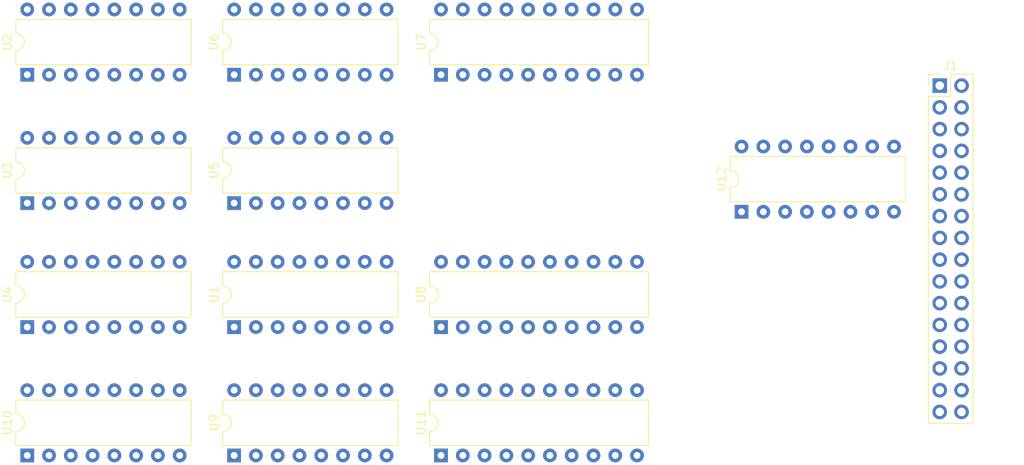
<source format=kicad_pcb>
(kicad_pcb (version 20171130) (host pcbnew "(5.1.10-1-10_14)")

  (general
    (thickness 1.6)
    (drawings 0)
    (tracks 0)
    (zones 0)
    (modules 13)
    (nets 59)
  )

  (page A4)
  (layers
    (0 F.Cu signal)
    (31 B.Cu signal)
    (32 B.Adhes user)
    (33 F.Adhes user)
    (34 B.Paste user)
    (35 F.Paste user)
    (36 B.SilkS user)
    (37 F.SilkS user)
    (38 B.Mask user)
    (39 F.Mask user)
    (40 Dwgs.User user)
    (41 Cmts.User user)
    (42 Eco1.User user)
    (43 Eco2.User user)
    (44 Edge.Cuts user)
    (45 Margin user)
    (46 B.CrtYd user)
    (47 F.CrtYd user)
    (48 B.Fab user)
    (49 F.Fab user)
  )

  (setup
    (last_trace_width 0.25)
    (trace_clearance 0.2)
    (zone_clearance 0.508)
    (zone_45_only no)
    (trace_min 0.2)
    (via_size 0.8)
    (via_drill 0.4)
    (via_min_size 0.4)
    (via_min_drill 0.3)
    (uvia_size 0.3)
    (uvia_drill 0.1)
    (uvias_allowed no)
    (uvia_min_size 0.2)
    (uvia_min_drill 0.1)
    (edge_width 0.05)
    (segment_width 0.2)
    (pcb_text_width 0.3)
    (pcb_text_size 1.5 1.5)
    (mod_edge_width 0.12)
    (mod_text_size 1 1)
    (mod_text_width 0.15)
    (pad_size 1.524 1.524)
    (pad_drill 0.762)
    (pad_to_mask_clearance 0)
    (aux_axis_origin 0 0)
    (visible_elements FFFFFF7F)
    (pcbplotparams
      (layerselection 0x010fc_ffffffff)
      (usegerberextensions false)
      (usegerberattributes true)
      (usegerberadvancedattributes true)
      (creategerberjobfile true)
      (excludeedgelayer true)
      (linewidth 0.100000)
      (plotframeref false)
      (viasonmask false)
      (mode 1)
      (useauxorigin false)
      (hpglpennumber 1)
      (hpglpenspeed 20)
      (hpglpendiameter 15.000000)
      (psnegative false)
      (psa4output false)
      (plotreference true)
      (plotvalue true)
      (plotinvisibletext false)
      (padsonsilk false)
      (subtractmaskfromsilk false)
      (outputformat 1)
      (mirror false)
      (drillshape 1)
      (scaleselection 1)
      (outputdirectory ""))
  )

  (net 0 "")
  (net 1 VCC)
  (net 2 GND)
  (net 3 /CONTROL_01)
  (net 4 /CONTROL_02)
  (net 5 /CONTROL_03)
  (net 6 /CONTROL_04)
  (net 7 /CONTROL_05)
  (net 8 /CONTROL_06)
  (net 9 /BUS_07)
  (net 10 /BUS_06)
  (net 11 /BUS_05)
  (net 12 /BUS_04)
  (net 13 /BUS_03)
  (net 14 /BUS_02)
  (net 15 /BUS_01)
  (net 16 /BUS_00)
  (net 17 /RESET)
  (net 18 /CLOCK)
  (net 19 C_REG_03)
  (net 20 C_REG_02)
  (net 21 C_REG_01)
  (net 22 C_REG_00)
  (net 23 C_REGISTER_IN)
  (net 24 A_REG_03)
  (net 25 A_REG_02)
  (net 26 A_REG_01)
  (net 27 A_REG_00)
  (net 28 A_REGISTER_IN)
  (net 29 B_REG_03)
  (net 30 B_REG_02)
  (net 31 B_REG_01)
  (net 32 B_REG_00)
  (net 33 B_REGISTER_IN)
  (net 34 B_REG_07)
  (net 35 C_REG_06)
  (net 36 C_REG_05)
  (net 37 C_REG_04)
  (net 38 B_REG_06)
  (net 39 B_REG_05)
  (net 40 B_REG_04)
  (net 41 A_REG_07)
  (net 42 A_REG_06)
  (net 43 A_REG_05)
  (net 44 A_REG_04)
  (net 45 A_REGISTER_OUT)
  (net 46 C_REGISTER_OUT)
  (net 47 C_REG_07)
  (net 48 D_REG_03)
  (net 49 D_REG_02)
  (net 50 D_REG_01)
  (net 51 D_REG_00)
  (net 52 D_REGISTER_IN)
  (net 53 D_REG_07)
  (net 54 D_REG_06)
  (net 55 D_REG_05)
  (net 56 D_REG_04)
  (net 57 D_REGISTER_OUT)
  (net 58 "Net-(U12-Pad11)")

  (net_class Default "This is the default net class."
    (clearance 0.2)
    (trace_width 0.25)
    (via_dia 0.8)
    (via_drill 0.4)
    (uvia_dia 0.3)
    (uvia_drill 0.1)
    (add_net /BUS_00)
    (add_net /BUS_01)
    (add_net /BUS_02)
    (add_net /BUS_03)
    (add_net /BUS_04)
    (add_net /BUS_05)
    (add_net /BUS_06)
    (add_net /BUS_07)
    (add_net /CLOCK)
    (add_net /CONTROL_01)
    (add_net /CONTROL_02)
    (add_net /CONTROL_03)
    (add_net /CONTROL_04)
    (add_net /CONTROL_05)
    (add_net /CONTROL_06)
    (add_net /RESET)
    (add_net A_REGISTER_IN)
    (add_net A_REGISTER_OUT)
    (add_net A_REG_00)
    (add_net A_REG_01)
    (add_net A_REG_02)
    (add_net A_REG_03)
    (add_net A_REG_04)
    (add_net A_REG_05)
    (add_net A_REG_06)
    (add_net A_REG_07)
    (add_net B_REGISTER_IN)
    (add_net B_REG_00)
    (add_net B_REG_01)
    (add_net B_REG_02)
    (add_net B_REG_03)
    (add_net B_REG_04)
    (add_net B_REG_05)
    (add_net B_REG_06)
    (add_net B_REG_07)
    (add_net C_REGISTER_IN)
    (add_net C_REGISTER_OUT)
    (add_net C_REG_00)
    (add_net C_REG_01)
    (add_net C_REG_02)
    (add_net C_REG_03)
    (add_net C_REG_04)
    (add_net C_REG_05)
    (add_net C_REG_06)
    (add_net C_REG_07)
    (add_net D_REGISTER_IN)
    (add_net D_REGISTER_OUT)
    (add_net D_REG_00)
    (add_net D_REG_01)
    (add_net D_REG_02)
    (add_net D_REG_03)
    (add_net D_REG_04)
    (add_net D_REG_05)
    (add_net D_REG_06)
    (add_net D_REG_07)
    (add_net GND)
    (add_net "Net-(U12-Pad11)")
    (add_net VCC)
  )

  (module Package_DIP:DIP-16_W7.62mm (layer F.Cu) (tedit 5A02E8C5) (tstamp 61359682)
    (at 123.698 44.958 90)
    (descr "16-lead though-hole mounted DIP package, row spacing 7.62 mm (300 mils)")
    (tags "THT DIP DIL PDIP 2.54mm 7.62mm 300mil")
    (path /613A44B4)
    (fp_text reference U12 (at 3.81 -2.33 90) (layer F.SilkS)
      (effects (font (size 1 1) (thickness 0.15)))
    )
    (fp_text value 74LS139 (at 3.81 20.11 90) (layer F.Fab)
      (effects (font (size 1 1) (thickness 0.15)))
    )
    (fp_text user %R (at 3.81 8.89 90) (layer F.Fab)
      (effects (font (size 1 1) (thickness 0.15)))
    )
    (fp_arc (start 3.81 -1.33) (end 2.81 -1.33) (angle -180) (layer F.SilkS) (width 0.12))
    (fp_line (start 1.635 -1.27) (end 6.985 -1.27) (layer F.Fab) (width 0.1))
    (fp_line (start 6.985 -1.27) (end 6.985 19.05) (layer F.Fab) (width 0.1))
    (fp_line (start 6.985 19.05) (end 0.635 19.05) (layer F.Fab) (width 0.1))
    (fp_line (start 0.635 19.05) (end 0.635 -0.27) (layer F.Fab) (width 0.1))
    (fp_line (start 0.635 -0.27) (end 1.635 -1.27) (layer F.Fab) (width 0.1))
    (fp_line (start 2.81 -1.33) (end 1.16 -1.33) (layer F.SilkS) (width 0.12))
    (fp_line (start 1.16 -1.33) (end 1.16 19.11) (layer F.SilkS) (width 0.12))
    (fp_line (start 1.16 19.11) (end 6.46 19.11) (layer F.SilkS) (width 0.12))
    (fp_line (start 6.46 19.11) (end 6.46 -1.33) (layer F.SilkS) (width 0.12))
    (fp_line (start 6.46 -1.33) (end 4.81 -1.33) (layer F.SilkS) (width 0.12))
    (fp_line (start -1.1 -1.55) (end -1.1 19.3) (layer F.CrtYd) (width 0.05))
    (fp_line (start -1.1 19.3) (end 8.7 19.3) (layer F.CrtYd) (width 0.05))
    (fp_line (start 8.7 19.3) (end 8.7 -1.55) (layer F.CrtYd) (width 0.05))
    (fp_line (start 8.7 -1.55) (end -1.1 -1.55) (layer F.CrtYd) (width 0.05))
    (pad 16 thru_hole oval (at 7.62 0 90) (size 1.6 1.6) (drill 0.8) (layers *.Cu *.Mask)
      (net 1 VCC))
    (pad 8 thru_hole oval (at 0 17.78 90) (size 1.6 1.6) (drill 0.8) (layers *.Cu *.Mask)
      (net 2 GND))
    (pad 15 thru_hole oval (at 7.62 2.54 90) (size 1.6 1.6) (drill 0.8) (layers *.Cu *.Mask)
      (net 6 /CONTROL_04))
    (pad 7 thru_hole oval (at 0 15.24 90) (size 1.6 1.6) (drill 0.8) (layers *.Cu *.Mask)
      (net 52 D_REGISTER_IN))
    (pad 14 thru_hole oval (at 7.62 5.08 90) (size 1.6 1.6) (drill 0.8) (layers *.Cu *.Mask)
      (net 8 /CONTROL_06))
    (pad 6 thru_hole oval (at 0 12.7 90) (size 1.6 1.6) (drill 0.8) (layers *.Cu *.Mask)
      (net 23 C_REGISTER_IN))
    (pad 13 thru_hole oval (at 7.62 7.62 90) (size 1.6 1.6) (drill 0.8) (layers *.Cu *.Mask)
      (net 7 /CONTROL_05))
    (pad 5 thru_hole oval (at 0 10.16 90) (size 1.6 1.6) (drill 0.8) (layers *.Cu *.Mask)
      (net 33 B_REGISTER_IN))
    (pad 12 thru_hole oval (at 7.62 10.16 90) (size 1.6 1.6) (drill 0.8) (layers *.Cu *.Mask)
      (net 45 A_REGISTER_OUT))
    (pad 4 thru_hole oval (at 0 7.62 90) (size 1.6 1.6) (drill 0.8) (layers *.Cu *.Mask)
      (net 28 A_REGISTER_IN))
    (pad 11 thru_hole oval (at 7.62 12.7 90) (size 1.6 1.6) (drill 0.8) (layers *.Cu *.Mask)
      (net 58 "Net-(U12-Pad11)"))
    (pad 3 thru_hole oval (at 0 5.08 90) (size 1.6 1.6) (drill 0.8) (layers *.Cu *.Mask)
      (net 4 /CONTROL_02))
    (pad 10 thru_hole oval (at 7.62 15.24 90) (size 1.6 1.6) (drill 0.8) (layers *.Cu *.Mask)
      (net 46 C_REGISTER_OUT))
    (pad 2 thru_hole oval (at 0 2.54 90) (size 1.6 1.6) (drill 0.8) (layers *.Cu *.Mask)
      (net 5 /CONTROL_03))
    (pad 9 thru_hole oval (at 7.62 17.78 90) (size 1.6 1.6) (drill 0.8) (layers *.Cu *.Mask)
      (net 57 D_REGISTER_OUT))
    (pad 1 thru_hole rect (at 0 0 90) (size 1.6 1.6) (drill 0.8) (layers *.Cu *.Mask)
      (net 3 /CONTROL_01))
    (model ${KISYS3DMOD}/Package_DIP.3dshapes/DIP-16_W7.62mm.wrl
      (at (xyz 0 0 0))
      (scale (xyz 1 1 1))
      (rotate (xyz 0 0 0))
    )
  )

  (module Package_DIP:DIP-20_W7.62mm (layer F.Cu) (tedit 5A02E8C5) (tstamp 6135A4B9)
    (at 88.646 73.406 90)
    (descr "20-lead though-hole mounted DIP package, row spacing 7.62 mm (300 mils)")
    (tags "THT DIP DIL PDIP 2.54mm 7.62mm 300mil")
    (path /613D0D98)
    (fp_text reference U11 (at 3.81 -2.33 90) (layer F.SilkS)
      (effects (font (size 1 1) (thickness 0.15)))
    )
    (fp_text value 74LS245 (at 3.81 25.19 90) (layer F.Fab)
      (effects (font (size 1 1) (thickness 0.15)))
    )
    (fp_text user %R (at 3.81 11.43 90) (layer F.Fab)
      (effects (font (size 1 1) (thickness 0.15)))
    )
    (fp_arc (start 3.81 -1.33) (end 2.81 -1.33) (angle -180) (layer F.SilkS) (width 0.12))
    (fp_line (start 1.635 -1.27) (end 6.985 -1.27) (layer F.Fab) (width 0.1))
    (fp_line (start 6.985 -1.27) (end 6.985 24.13) (layer F.Fab) (width 0.1))
    (fp_line (start 6.985 24.13) (end 0.635 24.13) (layer F.Fab) (width 0.1))
    (fp_line (start 0.635 24.13) (end 0.635 -0.27) (layer F.Fab) (width 0.1))
    (fp_line (start 0.635 -0.27) (end 1.635 -1.27) (layer F.Fab) (width 0.1))
    (fp_line (start 2.81 -1.33) (end 1.16 -1.33) (layer F.SilkS) (width 0.12))
    (fp_line (start 1.16 -1.33) (end 1.16 24.19) (layer F.SilkS) (width 0.12))
    (fp_line (start 1.16 24.19) (end 6.46 24.19) (layer F.SilkS) (width 0.12))
    (fp_line (start 6.46 24.19) (end 6.46 -1.33) (layer F.SilkS) (width 0.12))
    (fp_line (start 6.46 -1.33) (end 4.81 -1.33) (layer F.SilkS) (width 0.12))
    (fp_line (start -1.1 -1.55) (end -1.1 24.4) (layer F.CrtYd) (width 0.05))
    (fp_line (start -1.1 24.4) (end 8.7 24.4) (layer F.CrtYd) (width 0.05))
    (fp_line (start 8.7 24.4) (end 8.7 -1.55) (layer F.CrtYd) (width 0.05))
    (fp_line (start 8.7 -1.55) (end -1.1 -1.55) (layer F.CrtYd) (width 0.05))
    (pad 20 thru_hole oval (at 7.62 0 90) (size 1.6 1.6) (drill 0.8) (layers *.Cu *.Mask)
      (net 1 VCC))
    (pad 10 thru_hole oval (at 0 22.86 90) (size 1.6 1.6) (drill 0.8) (layers *.Cu *.Mask)
      (net 2 GND))
    (pad 19 thru_hole oval (at 7.62 2.54 90) (size 1.6 1.6) (drill 0.8) (layers *.Cu *.Mask)
      (net 57 D_REGISTER_OUT))
    (pad 9 thru_hole oval (at 0 20.32 90) (size 1.6 1.6) (drill 0.8) (layers *.Cu *.Mask)
      (net 53 D_REG_07))
    (pad 18 thru_hole oval (at 7.62 5.08 90) (size 1.6 1.6) (drill 0.8) (layers *.Cu *.Mask)
      (net 16 /BUS_00))
    (pad 8 thru_hole oval (at 0 17.78 90) (size 1.6 1.6) (drill 0.8) (layers *.Cu *.Mask)
      (net 54 D_REG_06))
    (pad 17 thru_hole oval (at 7.62 7.62 90) (size 1.6 1.6) (drill 0.8) (layers *.Cu *.Mask)
      (net 15 /BUS_01))
    (pad 7 thru_hole oval (at 0 15.24 90) (size 1.6 1.6) (drill 0.8) (layers *.Cu *.Mask)
      (net 55 D_REG_05))
    (pad 16 thru_hole oval (at 7.62 10.16 90) (size 1.6 1.6) (drill 0.8) (layers *.Cu *.Mask)
      (net 14 /BUS_02))
    (pad 6 thru_hole oval (at 0 12.7 90) (size 1.6 1.6) (drill 0.8) (layers *.Cu *.Mask)
      (net 56 D_REG_04))
    (pad 15 thru_hole oval (at 7.62 12.7 90) (size 1.6 1.6) (drill 0.8) (layers *.Cu *.Mask)
      (net 13 /BUS_03))
    (pad 5 thru_hole oval (at 0 10.16 90) (size 1.6 1.6) (drill 0.8) (layers *.Cu *.Mask)
      (net 48 D_REG_03))
    (pad 14 thru_hole oval (at 7.62 15.24 90) (size 1.6 1.6) (drill 0.8) (layers *.Cu *.Mask)
      (net 12 /BUS_04))
    (pad 4 thru_hole oval (at 0 7.62 90) (size 1.6 1.6) (drill 0.8) (layers *.Cu *.Mask)
      (net 49 D_REG_02))
    (pad 13 thru_hole oval (at 7.62 17.78 90) (size 1.6 1.6) (drill 0.8) (layers *.Cu *.Mask)
      (net 11 /BUS_05))
    (pad 3 thru_hole oval (at 0 5.08 90) (size 1.6 1.6) (drill 0.8) (layers *.Cu *.Mask)
      (net 50 D_REG_01))
    (pad 12 thru_hole oval (at 7.62 20.32 90) (size 1.6 1.6) (drill 0.8) (layers *.Cu *.Mask)
      (net 10 /BUS_06))
    (pad 2 thru_hole oval (at 0 2.54 90) (size 1.6 1.6) (drill 0.8) (layers *.Cu *.Mask)
      (net 51 D_REG_00))
    (pad 11 thru_hole oval (at 7.62 22.86 90) (size 1.6 1.6) (drill 0.8) (layers *.Cu *.Mask)
      (net 9 /BUS_07))
    (pad 1 thru_hole rect (at 0 0 90) (size 1.6 1.6) (drill 0.8) (layers *.Cu *.Mask)
      (net 1 VCC))
    (model ${KISYS3DMOD}/Package_DIP.3dshapes/DIP-20_W7.62mm.wrl
      (at (xyz 0 0 0))
      (scale (xyz 1 1 1))
      (rotate (xyz 0 0 0))
    )
  )

  (module Package_DIP:DIP-16_W7.62mm (layer F.Cu) (tedit 5A02E8C5) (tstamp 61359636)
    (at 40.386 73.406 90)
    (descr "16-lead though-hole mounted DIP package, row spacing 7.62 mm (300 mils)")
    (tags "THT DIP DIL PDIP 2.54mm 7.62mm 300mil")
    (path /613D0D5E)
    (fp_text reference U10 (at 3.81 -2.33 90) (layer F.SilkS)
      (effects (font (size 1 1) (thickness 0.15)))
    )
    (fp_text value 74LS173 (at 3.81 20.11 90) (layer F.Fab)
      (effects (font (size 1 1) (thickness 0.15)))
    )
    (fp_text user %R (at 3.81 8.89 90) (layer F.Fab)
      (effects (font (size 1 1) (thickness 0.15)))
    )
    (fp_arc (start 3.81 -1.33) (end 2.81 -1.33) (angle -180) (layer F.SilkS) (width 0.12))
    (fp_line (start 1.635 -1.27) (end 6.985 -1.27) (layer F.Fab) (width 0.1))
    (fp_line (start 6.985 -1.27) (end 6.985 19.05) (layer F.Fab) (width 0.1))
    (fp_line (start 6.985 19.05) (end 0.635 19.05) (layer F.Fab) (width 0.1))
    (fp_line (start 0.635 19.05) (end 0.635 -0.27) (layer F.Fab) (width 0.1))
    (fp_line (start 0.635 -0.27) (end 1.635 -1.27) (layer F.Fab) (width 0.1))
    (fp_line (start 2.81 -1.33) (end 1.16 -1.33) (layer F.SilkS) (width 0.12))
    (fp_line (start 1.16 -1.33) (end 1.16 19.11) (layer F.SilkS) (width 0.12))
    (fp_line (start 1.16 19.11) (end 6.46 19.11) (layer F.SilkS) (width 0.12))
    (fp_line (start 6.46 19.11) (end 6.46 -1.33) (layer F.SilkS) (width 0.12))
    (fp_line (start 6.46 -1.33) (end 4.81 -1.33) (layer F.SilkS) (width 0.12))
    (fp_line (start -1.1 -1.55) (end -1.1 19.3) (layer F.CrtYd) (width 0.05))
    (fp_line (start -1.1 19.3) (end 8.7 19.3) (layer F.CrtYd) (width 0.05))
    (fp_line (start 8.7 19.3) (end 8.7 -1.55) (layer F.CrtYd) (width 0.05))
    (fp_line (start 8.7 -1.55) (end -1.1 -1.55) (layer F.CrtYd) (width 0.05))
    (pad 16 thru_hole oval (at 7.62 0 90) (size 1.6 1.6) (drill 0.8) (layers *.Cu *.Mask)
      (net 1 VCC))
    (pad 8 thru_hole oval (at 0 17.78 90) (size 1.6 1.6) (drill 0.8) (layers *.Cu *.Mask)
      (net 2 GND))
    (pad 15 thru_hole oval (at 7.62 2.54 90) (size 1.6 1.6) (drill 0.8) (layers *.Cu *.Mask)
      (net 17 /RESET))
    (pad 7 thru_hole oval (at 0 15.24 90) (size 1.6 1.6) (drill 0.8) (layers *.Cu *.Mask)
      (net 18 /CLOCK))
    (pad 14 thru_hole oval (at 7.62 5.08 90) (size 1.6 1.6) (drill 0.8) (layers *.Cu *.Mask)
      (net 12 /BUS_04))
    (pad 6 thru_hole oval (at 0 12.7 90) (size 1.6 1.6) (drill 0.8) (layers *.Cu *.Mask)
      (net 53 D_REG_07))
    (pad 13 thru_hole oval (at 7.62 7.62 90) (size 1.6 1.6) (drill 0.8) (layers *.Cu *.Mask)
      (net 11 /BUS_05))
    (pad 5 thru_hole oval (at 0 10.16 90) (size 1.6 1.6) (drill 0.8) (layers *.Cu *.Mask)
      (net 54 D_REG_06))
    (pad 12 thru_hole oval (at 7.62 10.16 90) (size 1.6 1.6) (drill 0.8) (layers *.Cu *.Mask)
      (net 10 /BUS_06))
    (pad 4 thru_hole oval (at 0 7.62 90) (size 1.6 1.6) (drill 0.8) (layers *.Cu *.Mask)
      (net 55 D_REG_05))
    (pad 11 thru_hole oval (at 7.62 12.7 90) (size 1.6 1.6) (drill 0.8) (layers *.Cu *.Mask)
      (net 9 /BUS_07))
    (pad 3 thru_hole oval (at 0 5.08 90) (size 1.6 1.6) (drill 0.8) (layers *.Cu *.Mask)
      (net 56 D_REG_04))
    (pad 10 thru_hole oval (at 7.62 15.24 90) (size 1.6 1.6) (drill 0.8) (layers *.Cu *.Mask)
      (net 52 D_REGISTER_IN))
    (pad 2 thru_hole oval (at 0 2.54 90) (size 1.6 1.6) (drill 0.8) (layers *.Cu *.Mask)
      (net 2 GND))
    (pad 9 thru_hole oval (at 7.62 17.78 90) (size 1.6 1.6) (drill 0.8) (layers *.Cu *.Mask)
      (net 52 D_REGISTER_IN))
    (pad 1 thru_hole rect (at 0 0 90) (size 1.6 1.6) (drill 0.8) (layers *.Cu *.Mask)
      (net 2 GND))
    (model ${KISYS3DMOD}/Package_DIP.3dshapes/DIP-16_W7.62mm.wrl
      (at (xyz 0 0 0))
      (scale (xyz 1 1 1))
      (rotate (xyz 0 0 0))
    )
  )

  (module Package_DIP:DIP-16_W7.62mm (layer F.Cu) (tedit 5A02E8C5) (tstamp 61359612)
    (at 64.516 73.406 90)
    (descr "16-lead though-hole mounted DIP package, row spacing 7.62 mm (300 mils)")
    (tags "THT DIP DIL PDIP 2.54mm 7.62mm 300mil")
    (path /613D0D24)
    (fp_text reference U9 (at 3.81 -2.33 90) (layer F.SilkS)
      (effects (font (size 1 1) (thickness 0.15)))
    )
    (fp_text value 74LS173 (at 3.81 20.11 90) (layer F.Fab)
      (effects (font (size 1 1) (thickness 0.15)))
    )
    (fp_text user %R (at 3.81 8.89 90) (layer F.Fab)
      (effects (font (size 1 1) (thickness 0.15)))
    )
    (fp_arc (start 3.81 -1.33) (end 2.81 -1.33) (angle -180) (layer F.SilkS) (width 0.12))
    (fp_line (start 1.635 -1.27) (end 6.985 -1.27) (layer F.Fab) (width 0.1))
    (fp_line (start 6.985 -1.27) (end 6.985 19.05) (layer F.Fab) (width 0.1))
    (fp_line (start 6.985 19.05) (end 0.635 19.05) (layer F.Fab) (width 0.1))
    (fp_line (start 0.635 19.05) (end 0.635 -0.27) (layer F.Fab) (width 0.1))
    (fp_line (start 0.635 -0.27) (end 1.635 -1.27) (layer F.Fab) (width 0.1))
    (fp_line (start 2.81 -1.33) (end 1.16 -1.33) (layer F.SilkS) (width 0.12))
    (fp_line (start 1.16 -1.33) (end 1.16 19.11) (layer F.SilkS) (width 0.12))
    (fp_line (start 1.16 19.11) (end 6.46 19.11) (layer F.SilkS) (width 0.12))
    (fp_line (start 6.46 19.11) (end 6.46 -1.33) (layer F.SilkS) (width 0.12))
    (fp_line (start 6.46 -1.33) (end 4.81 -1.33) (layer F.SilkS) (width 0.12))
    (fp_line (start -1.1 -1.55) (end -1.1 19.3) (layer F.CrtYd) (width 0.05))
    (fp_line (start -1.1 19.3) (end 8.7 19.3) (layer F.CrtYd) (width 0.05))
    (fp_line (start 8.7 19.3) (end 8.7 -1.55) (layer F.CrtYd) (width 0.05))
    (fp_line (start 8.7 -1.55) (end -1.1 -1.55) (layer F.CrtYd) (width 0.05))
    (pad 16 thru_hole oval (at 7.62 0 90) (size 1.6 1.6) (drill 0.8) (layers *.Cu *.Mask)
      (net 1 VCC))
    (pad 8 thru_hole oval (at 0 17.78 90) (size 1.6 1.6) (drill 0.8) (layers *.Cu *.Mask)
      (net 2 GND))
    (pad 15 thru_hole oval (at 7.62 2.54 90) (size 1.6 1.6) (drill 0.8) (layers *.Cu *.Mask)
      (net 17 /RESET))
    (pad 7 thru_hole oval (at 0 15.24 90) (size 1.6 1.6) (drill 0.8) (layers *.Cu *.Mask)
      (net 18 /CLOCK))
    (pad 14 thru_hole oval (at 7.62 5.08 90) (size 1.6 1.6) (drill 0.8) (layers *.Cu *.Mask)
      (net 16 /BUS_00))
    (pad 6 thru_hole oval (at 0 12.7 90) (size 1.6 1.6) (drill 0.8) (layers *.Cu *.Mask)
      (net 48 D_REG_03))
    (pad 13 thru_hole oval (at 7.62 7.62 90) (size 1.6 1.6) (drill 0.8) (layers *.Cu *.Mask)
      (net 15 /BUS_01))
    (pad 5 thru_hole oval (at 0 10.16 90) (size 1.6 1.6) (drill 0.8) (layers *.Cu *.Mask)
      (net 49 D_REG_02))
    (pad 12 thru_hole oval (at 7.62 10.16 90) (size 1.6 1.6) (drill 0.8) (layers *.Cu *.Mask)
      (net 14 /BUS_02))
    (pad 4 thru_hole oval (at 0 7.62 90) (size 1.6 1.6) (drill 0.8) (layers *.Cu *.Mask)
      (net 50 D_REG_01))
    (pad 11 thru_hole oval (at 7.62 12.7 90) (size 1.6 1.6) (drill 0.8) (layers *.Cu *.Mask)
      (net 13 /BUS_03))
    (pad 3 thru_hole oval (at 0 5.08 90) (size 1.6 1.6) (drill 0.8) (layers *.Cu *.Mask)
      (net 51 D_REG_00))
    (pad 10 thru_hole oval (at 7.62 15.24 90) (size 1.6 1.6) (drill 0.8) (layers *.Cu *.Mask)
      (net 52 D_REGISTER_IN))
    (pad 2 thru_hole oval (at 0 2.54 90) (size 1.6 1.6) (drill 0.8) (layers *.Cu *.Mask)
      (net 2 GND))
    (pad 9 thru_hole oval (at 7.62 17.78 90) (size 1.6 1.6) (drill 0.8) (layers *.Cu *.Mask)
      (net 52 D_REGISTER_IN))
    (pad 1 thru_hole rect (at 0 0 90) (size 1.6 1.6) (drill 0.8) (layers *.Cu *.Mask)
      (net 2 GND))
    (model ${KISYS3DMOD}/Package_DIP.3dshapes/DIP-16_W7.62mm.wrl
      (at (xyz 0 0 0))
      (scale (xyz 1 1 1))
      (rotate (xyz 0 0 0))
    )
  )

  (module Package_DIP:DIP-20_W7.62mm (layer F.Cu) (tedit 5A02E8C5) (tstamp 613595EE)
    (at 88.646 58.42 90)
    (descr "20-lead though-hole mounted DIP package, row spacing 7.62 mm (300 mils)")
    (tags "THT DIP DIL PDIP 2.54mm 7.62mm 300mil")
    (path /61388EA3)
    (fp_text reference U8 (at 3.81 -2.33 90) (layer F.SilkS)
      (effects (font (size 1 1) (thickness 0.15)))
    )
    (fp_text value 74LS245 (at 3.81 25.19 90) (layer F.Fab)
      (effects (font (size 1 1) (thickness 0.15)))
    )
    (fp_text user %R (at 3.81 11.43 90) (layer F.Fab)
      (effects (font (size 1 1) (thickness 0.15)))
    )
    (fp_arc (start 3.81 -1.33) (end 2.81 -1.33) (angle -180) (layer F.SilkS) (width 0.12))
    (fp_line (start 1.635 -1.27) (end 6.985 -1.27) (layer F.Fab) (width 0.1))
    (fp_line (start 6.985 -1.27) (end 6.985 24.13) (layer F.Fab) (width 0.1))
    (fp_line (start 6.985 24.13) (end 0.635 24.13) (layer F.Fab) (width 0.1))
    (fp_line (start 0.635 24.13) (end 0.635 -0.27) (layer F.Fab) (width 0.1))
    (fp_line (start 0.635 -0.27) (end 1.635 -1.27) (layer F.Fab) (width 0.1))
    (fp_line (start 2.81 -1.33) (end 1.16 -1.33) (layer F.SilkS) (width 0.12))
    (fp_line (start 1.16 -1.33) (end 1.16 24.19) (layer F.SilkS) (width 0.12))
    (fp_line (start 1.16 24.19) (end 6.46 24.19) (layer F.SilkS) (width 0.12))
    (fp_line (start 6.46 24.19) (end 6.46 -1.33) (layer F.SilkS) (width 0.12))
    (fp_line (start 6.46 -1.33) (end 4.81 -1.33) (layer F.SilkS) (width 0.12))
    (fp_line (start -1.1 -1.55) (end -1.1 24.4) (layer F.CrtYd) (width 0.05))
    (fp_line (start -1.1 24.4) (end 8.7 24.4) (layer F.CrtYd) (width 0.05))
    (fp_line (start 8.7 24.4) (end 8.7 -1.55) (layer F.CrtYd) (width 0.05))
    (fp_line (start 8.7 -1.55) (end -1.1 -1.55) (layer F.CrtYd) (width 0.05))
    (pad 20 thru_hole oval (at 7.62 0 90) (size 1.6 1.6) (drill 0.8) (layers *.Cu *.Mask)
      (net 1 VCC))
    (pad 10 thru_hole oval (at 0 22.86 90) (size 1.6 1.6) (drill 0.8) (layers *.Cu *.Mask)
      (net 2 GND))
    (pad 19 thru_hole oval (at 7.62 2.54 90) (size 1.6 1.6) (drill 0.8) (layers *.Cu *.Mask)
      (net 46 C_REGISTER_OUT))
    (pad 9 thru_hole oval (at 0 20.32 90) (size 1.6 1.6) (drill 0.8) (layers *.Cu *.Mask)
      (net 47 C_REG_07))
    (pad 18 thru_hole oval (at 7.62 5.08 90) (size 1.6 1.6) (drill 0.8) (layers *.Cu *.Mask)
      (net 16 /BUS_00))
    (pad 8 thru_hole oval (at 0 17.78 90) (size 1.6 1.6) (drill 0.8) (layers *.Cu *.Mask)
      (net 35 C_REG_06))
    (pad 17 thru_hole oval (at 7.62 7.62 90) (size 1.6 1.6) (drill 0.8) (layers *.Cu *.Mask)
      (net 15 /BUS_01))
    (pad 7 thru_hole oval (at 0 15.24 90) (size 1.6 1.6) (drill 0.8) (layers *.Cu *.Mask)
      (net 36 C_REG_05))
    (pad 16 thru_hole oval (at 7.62 10.16 90) (size 1.6 1.6) (drill 0.8) (layers *.Cu *.Mask)
      (net 14 /BUS_02))
    (pad 6 thru_hole oval (at 0 12.7 90) (size 1.6 1.6) (drill 0.8) (layers *.Cu *.Mask)
      (net 37 C_REG_04))
    (pad 15 thru_hole oval (at 7.62 12.7 90) (size 1.6 1.6) (drill 0.8) (layers *.Cu *.Mask)
      (net 13 /BUS_03))
    (pad 5 thru_hole oval (at 0 10.16 90) (size 1.6 1.6) (drill 0.8) (layers *.Cu *.Mask)
      (net 19 C_REG_03))
    (pad 14 thru_hole oval (at 7.62 15.24 90) (size 1.6 1.6) (drill 0.8) (layers *.Cu *.Mask)
      (net 12 /BUS_04))
    (pad 4 thru_hole oval (at 0 7.62 90) (size 1.6 1.6) (drill 0.8) (layers *.Cu *.Mask)
      (net 20 C_REG_02))
    (pad 13 thru_hole oval (at 7.62 17.78 90) (size 1.6 1.6) (drill 0.8) (layers *.Cu *.Mask)
      (net 11 /BUS_05))
    (pad 3 thru_hole oval (at 0 5.08 90) (size 1.6 1.6) (drill 0.8) (layers *.Cu *.Mask)
      (net 21 C_REG_01))
    (pad 12 thru_hole oval (at 7.62 20.32 90) (size 1.6 1.6) (drill 0.8) (layers *.Cu *.Mask)
      (net 10 /BUS_06))
    (pad 2 thru_hole oval (at 0 2.54 90) (size 1.6 1.6) (drill 0.8) (layers *.Cu *.Mask)
      (net 22 C_REG_00))
    (pad 11 thru_hole oval (at 7.62 22.86 90) (size 1.6 1.6) (drill 0.8) (layers *.Cu *.Mask)
      (net 9 /BUS_07))
    (pad 1 thru_hole rect (at 0 0 90) (size 1.6 1.6) (drill 0.8) (layers *.Cu *.Mask)
      (net 1 VCC))
    (model ${KISYS3DMOD}/Package_DIP.3dshapes/DIP-20_W7.62mm.wrl
      (at (xyz 0 0 0))
      (scale (xyz 1 1 1))
      (rotate (xyz 0 0 0))
    )
  )

  (module Package_DIP:DIP-20_W7.62mm (layer F.Cu) (tedit 5A02E8C5) (tstamp 613595C6)
    (at 88.646 28.956 90)
    (descr "20-lead though-hole mounted DIP package, row spacing 7.62 mm (300 mils)")
    (tags "THT DIP DIL PDIP 2.54mm 7.62mm 300mil")
    (path /613746AE)
    (fp_text reference U7 (at 3.81 -2.33 90) (layer F.SilkS)
      (effects (font (size 1 1) (thickness 0.15)))
    )
    (fp_text value 74LS245 (at 3.81 25.19 90) (layer F.Fab)
      (effects (font (size 1 1) (thickness 0.15)))
    )
    (fp_text user %R (at 3.81 11.43 90) (layer F.Fab)
      (effects (font (size 1 1) (thickness 0.15)))
    )
    (fp_arc (start 3.81 -1.33) (end 2.81 -1.33) (angle -180) (layer F.SilkS) (width 0.12))
    (fp_line (start 1.635 -1.27) (end 6.985 -1.27) (layer F.Fab) (width 0.1))
    (fp_line (start 6.985 -1.27) (end 6.985 24.13) (layer F.Fab) (width 0.1))
    (fp_line (start 6.985 24.13) (end 0.635 24.13) (layer F.Fab) (width 0.1))
    (fp_line (start 0.635 24.13) (end 0.635 -0.27) (layer F.Fab) (width 0.1))
    (fp_line (start 0.635 -0.27) (end 1.635 -1.27) (layer F.Fab) (width 0.1))
    (fp_line (start 2.81 -1.33) (end 1.16 -1.33) (layer F.SilkS) (width 0.12))
    (fp_line (start 1.16 -1.33) (end 1.16 24.19) (layer F.SilkS) (width 0.12))
    (fp_line (start 1.16 24.19) (end 6.46 24.19) (layer F.SilkS) (width 0.12))
    (fp_line (start 6.46 24.19) (end 6.46 -1.33) (layer F.SilkS) (width 0.12))
    (fp_line (start 6.46 -1.33) (end 4.81 -1.33) (layer F.SilkS) (width 0.12))
    (fp_line (start -1.1 -1.55) (end -1.1 24.4) (layer F.CrtYd) (width 0.05))
    (fp_line (start -1.1 24.4) (end 8.7 24.4) (layer F.CrtYd) (width 0.05))
    (fp_line (start 8.7 24.4) (end 8.7 -1.55) (layer F.CrtYd) (width 0.05))
    (fp_line (start 8.7 -1.55) (end -1.1 -1.55) (layer F.CrtYd) (width 0.05))
    (pad 20 thru_hole oval (at 7.62 0 90) (size 1.6 1.6) (drill 0.8) (layers *.Cu *.Mask)
      (net 1 VCC))
    (pad 10 thru_hole oval (at 0 22.86 90) (size 1.6 1.6) (drill 0.8) (layers *.Cu *.Mask)
      (net 2 GND))
    (pad 19 thru_hole oval (at 7.62 2.54 90) (size 1.6 1.6) (drill 0.8) (layers *.Cu *.Mask)
      (net 45 A_REGISTER_OUT))
    (pad 9 thru_hole oval (at 0 20.32 90) (size 1.6 1.6) (drill 0.8) (layers *.Cu *.Mask)
      (net 41 A_REG_07))
    (pad 18 thru_hole oval (at 7.62 5.08 90) (size 1.6 1.6) (drill 0.8) (layers *.Cu *.Mask)
      (net 16 /BUS_00))
    (pad 8 thru_hole oval (at 0 17.78 90) (size 1.6 1.6) (drill 0.8) (layers *.Cu *.Mask)
      (net 42 A_REG_06))
    (pad 17 thru_hole oval (at 7.62 7.62 90) (size 1.6 1.6) (drill 0.8) (layers *.Cu *.Mask)
      (net 15 /BUS_01))
    (pad 7 thru_hole oval (at 0 15.24 90) (size 1.6 1.6) (drill 0.8) (layers *.Cu *.Mask)
      (net 43 A_REG_05))
    (pad 16 thru_hole oval (at 7.62 10.16 90) (size 1.6 1.6) (drill 0.8) (layers *.Cu *.Mask)
      (net 14 /BUS_02))
    (pad 6 thru_hole oval (at 0 12.7 90) (size 1.6 1.6) (drill 0.8) (layers *.Cu *.Mask)
      (net 44 A_REG_04))
    (pad 15 thru_hole oval (at 7.62 12.7 90) (size 1.6 1.6) (drill 0.8) (layers *.Cu *.Mask)
      (net 13 /BUS_03))
    (pad 5 thru_hole oval (at 0 10.16 90) (size 1.6 1.6) (drill 0.8) (layers *.Cu *.Mask)
      (net 24 A_REG_03))
    (pad 14 thru_hole oval (at 7.62 15.24 90) (size 1.6 1.6) (drill 0.8) (layers *.Cu *.Mask)
      (net 12 /BUS_04))
    (pad 4 thru_hole oval (at 0 7.62 90) (size 1.6 1.6) (drill 0.8) (layers *.Cu *.Mask)
      (net 25 A_REG_02))
    (pad 13 thru_hole oval (at 7.62 17.78 90) (size 1.6 1.6) (drill 0.8) (layers *.Cu *.Mask)
      (net 11 /BUS_05))
    (pad 3 thru_hole oval (at 0 5.08 90) (size 1.6 1.6) (drill 0.8) (layers *.Cu *.Mask)
      (net 26 A_REG_01))
    (pad 12 thru_hole oval (at 7.62 20.32 90) (size 1.6 1.6) (drill 0.8) (layers *.Cu *.Mask)
      (net 10 /BUS_06))
    (pad 2 thru_hole oval (at 0 2.54 90) (size 1.6 1.6) (drill 0.8) (layers *.Cu *.Mask)
      (net 27 A_REG_00))
    (pad 11 thru_hole oval (at 7.62 22.86 90) (size 1.6 1.6) (drill 0.8) (layers *.Cu *.Mask)
      (net 9 /BUS_07))
    (pad 1 thru_hole rect (at 0 0 90) (size 1.6 1.6) (drill 0.8) (layers *.Cu *.Mask)
      (net 1 VCC))
    (model ${KISYS3DMOD}/Package_DIP.3dshapes/DIP-20_W7.62mm.wrl
      (at (xyz 0 0 0))
      (scale (xyz 1 1 1))
      (rotate (xyz 0 0 0))
    )
  )

  (module Package_DIP:DIP-16_W7.62mm (layer F.Cu) (tedit 5A02E8C5) (tstamp 6135959E)
    (at 64.516 28.956 90)
    (descr "16-lead though-hole mounted DIP package, row spacing 7.62 mm (300 mils)")
    (tags "THT DIP DIL PDIP 2.54mm 7.62mm 300mil")
    (path /6135B530)
    (fp_text reference U6 (at 3.81 -2.33 90) (layer F.SilkS)
      (effects (font (size 1 1) (thickness 0.15)))
    )
    (fp_text value 74LS173 (at 3.81 20.11 90) (layer F.Fab)
      (effects (font (size 1 1) (thickness 0.15)))
    )
    (fp_text user %R (at 3.81 8.89 90) (layer F.Fab)
      (effects (font (size 1 1) (thickness 0.15)))
    )
    (fp_arc (start 3.81 -1.33) (end 2.81 -1.33) (angle -180) (layer F.SilkS) (width 0.12))
    (fp_line (start 1.635 -1.27) (end 6.985 -1.27) (layer F.Fab) (width 0.1))
    (fp_line (start 6.985 -1.27) (end 6.985 19.05) (layer F.Fab) (width 0.1))
    (fp_line (start 6.985 19.05) (end 0.635 19.05) (layer F.Fab) (width 0.1))
    (fp_line (start 0.635 19.05) (end 0.635 -0.27) (layer F.Fab) (width 0.1))
    (fp_line (start 0.635 -0.27) (end 1.635 -1.27) (layer F.Fab) (width 0.1))
    (fp_line (start 2.81 -1.33) (end 1.16 -1.33) (layer F.SilkS) (width 0.12))
    (fp_line (start 1.16 -1.33) (end 1.16 19.11) (layer F.SilkS) (width 0.12))
    (fp_line (start 1.16 19.11) (end 6.46 19.11) (layer F.SilkS) (width 0.12))
    (fp_line (start 6.46 19.11) (end 6.46 -1.33) (layer F.SilkS) (width 0.12))
    (fp_line (start 6.46 -1.33) (end 4.81 -1.33) (layer F.SilkS) (width 0.12))
    (fp_line (start -1.1 -1.55) (end -1.1 19.3) (layer F.CrtYd) (width 0.05))
    (fp_line (start -1.1 19.3) (end 8.7 19.3) (layer F.CrtYd) (width 0.05))
    (fp_line (start 8.7 19.3) (end 8.7 -1.55) (layer F.CrtYd) (width 0.05))
    (fp_line (start 8.7 -1.55) (end -1.1 -1.55) (layer F.CrtYd) (width 0.05))
    (pad 16 thru_hole oval (at 7.62 0 90) (size 1.6 1.6) (drill 0.8) (layers *.Cu *.Mask)
      (net 1 VCC))
    (pad 8 thru_hole oval (at 0 17.78 90) (size 1.6 1.6) (drill 0.8) (layers *.Cu *.Mask)
      (net 2 GND))
    (pad 15 thru_hole oval (at 7.62 2.54 90) (size 1.6 1.6) (drill 0.8) (layers *.Cu *.Mask)
      (net 17 /RESET))
    (pad 7 thru_hole oval (at 0 15.24 90) (size 1.6 1.6) (drill 0.8) (layers *.Cu *.Mask)
      (net 18 /CLOCK))
    (pad 14 thru_hole oval (at 7.62 5.08 90) (size 1.6 1.6) (drill 0.8) (layers *.Cu *.Mask)
      (net 12 /BUS_04))
    (pad 6 thru_hole oval (at 0 12.7 90) (size 1.6 1.6) (drill 0.8) (layers *.Cu *.Mask)
      (net 41 A_REG_07))
    (pad 13 thru_hole oval (at 7.62 7.62 90) (size 1.6 1.6) (drill 0.8) (layers *.Cu *.Mask)
      (net 11 /BUS_05))
    (pad 5 thru_hole oval (at 0 10.16 90) (size 1.6 1.6) (drill 0.8) (layers *.Cu *.Mask)
      (net 42 A_REG_06))
    (pad 12 thru_hole oval (at 7.62 10.16 90) (size 1.6 1.6) (drill 0.8) (layers *.Cu *.Mask)
      (net 10 /BUS_06))
    (pad 4 thru_hole oval (at 0 7.62 90) (size 1.6 1.6) (drill 0.8) (layers *.Cu *.Mask)
      (net 43 A_REG_05))
    (pad 11 thru_hole oval (at 7.62 12.7 90) (size 1.6 1.6) (drill 0.8) (layers *.Cu *.Mask)
      (net 9 /BUS_07))
    (pad 3 thru_hole oval (at 0 5.08 90) (size 1.6 1.6) (drill 0.8) (layers *.Cu *.Mask)
      (net 44 A_REG_04))
    (pad 10 thru_hole oval (at 7.62 15.24 90) (size 1.6 1.6) (drill 0.8) (layers *.Cu *.Mask)
      (net 28 A_REGISTER_IN))
    (pad 2 thru_hole oval (at 0 2.54 90) (size 1.6 1.6) (drill 0.8) (layers *.Cu *.Mask)
      (net 2 GND))
    (pad 9 thru_hole oval (at 7.62 17.78 90) (size 1.6 1.6) (drill 0.8) (layers *.Cu *.Mask)
      (net 28 A_REGISTER_IN))
    (pad 1 thru_hole rect (at 0 0 90) (size 1.6 1.6) (drill 0.8) (layers *.Cu *.Mask)
      (net 2 GND))
    (model ${KISYS3DMOD}/Package_DIP.3dshapes/DIP-16_W7.62mm.wrl
      (at (xyz 0 0 0))
      (scale (xyz 1 1 1))
      (rotate (xyz 0 0 0))
    )
  )

  (module Package_DIP:DIP-16_W7.62mm (layer F.Cu) (tedit 5A02E8C5) (tstamp 6135957A)
    (at 64.516 43.942 90)
    (descr "16-lead though-hole mounted DIP package, row spacing 7.62 mm (300 mils)")
    (tags "THT DIP DIL PDIP 2.54mm 7.62mm 300mil")
    (path /6135D4A1)
    (fp_text reference U5 (at 3.81 -2.33 90) (layer F.SilkS)
      (effects (font (size 1 1) (thickness 0.15)))
    )
    (fp_text value 74LS173 (at 3.81 20.11 90) (layer F.Fab)
      (effects (font (size 1 1) (thickness 0.15)))
    )
    (fp_text user %R (at 3.81 8.89 90) (layer F.Fab)
      (effects (font (size 1 1) (thickness 0.15)))
    )
    (fp_arc (start 3.81 -1.33) (end 2.81 -1.33) (angle -180) (layer F.SilkS) (width 0.12))
    (fp_line (start 1.635 -1.27) (end 6.985 -1.27) (layer F.Fab) (width 0.1))
    (fp_line (start 6.985 -1.27) (end 6.985 19.05) (layer F.Fab) (width 0.1))
    (fp_line (start 6.985 19.05) (end 0.635 19.05) (layer F.Fab) (width 0.1))
    (fp_line (start 0.635 19.05) (end 0.635 -0.27) (layer F.Fab) (width 0.1))
    (fp_line (start 0.635 -0.27) (end 1.635 -1.27) (layer F.Fab) (width 0.1))
    (fp_line (start 2.81 -1.33) (end 1.16 -1.33) (layer F.SilkS) (width 0.12))
    (fp_line (start 1.16 -1.33) (end 1.16 19.11) (layer F.SilkS) (width 0.12))
    (fp_line (start 1.16 19.11) (end 6.46 19.11) (layer F.SilkS) (width 0.12))
    (fp_line (start 6.46 19.11) (end 6.46 -1.33) (layer F.SilkS) (width 0.12))
    (fp_line (start 6.46 -1.33) (end 4.81 -1.33) (layer F.SilkS) (width 0.12))
    (fp_line (start -1.1 -1.55) (end -1.1 19.3) (layer F.CrtYd) (width 0.05))
    (fp_line (start -1.1 19.3) (end 8.7 19.3) (layer F.CrtYd) (width 0.05))
    (fp_line (start 8.7 19.3) (end 8.7 -1.55) (layer F.CrtYd) (width 0.05))
    (fp_line (start 8.7 -1.55) (end -1.1 -1.55) (layer F.CrtYd) (width 0.05))
    (pad 16 thru_hole oval (at 7.62 0 90) (size 1.6 1.6) (drill 0.8) (layers *.Cu *.Mask)
      (net 1 VCC))
    (pad 8 thru_hole oval (at 0 17.78 90) (size 1.6 1.6) (drill 0.8) (layers *.Cu *.Mask)
      (net 2 GND))
    (pad 15 thru_hole oval (at 7.62 2.54 90) (size 1.6 1.6) (drill 0.8) (layers *.Cu *.Mask)
      (net 17 /RESET))
    (pad 7 thru_hole oval (at 0 15.24 90) (size 1.6 1.6) (drill 0.8) (layers *.Cu *.Mask)
      (net 18 /CLOCK))
    (pad 14 thru_hole oval (at 7.62 5.08 90) (size 1.6 1.6) (drill 0.8) (layers *.Cu *.Mask)
      (net 12 /BUS_04))
    (pad 6 thru_hole oval (at 0 12.7 90) (size 1.6 1.6) (drill 0.8) (layers *.Cu *.Mask)
      (net 34 B_REG_07))
    (pad 13 thru_hole oval (at 7.62 7.62 90) (size 1.6 1.6) (drill 0.8) (layers *.Cu *.Mask)
      (net 11 /BUS_05))
    (pad 5 thru_hole oval (at 0 10.16 90) (size 1.6 1.6) (drill 0.8) (layers *.Cu *.Mask)
      (net 38 B_REG_06))
    (pad 12 thru_hole oval (at 7.62 10.16 90) (size 1.6 1.6) (drill 0.8) (layers *.Cu *.Mask)
      (net 10 /BUS_06))
    (pad 4 thru_hole oval (at 0 7.62 90) (size 1.6 1.6) (drill 0.8) (layers *.Cu *.Mask)
      (net 39 B_REG_05))
    (pad 11 thru_hole oval (at 7.62 12.7 90) (size 1.6 1.6) (drill 0.8) (layers *.Cu *.Mask)
      (net 9 /BUS_07))
    (pad 3 thru_hole oval (at 0 5.08 90) (size 1.6 1.6) (drill 0.8) (layers *.Cu *.Mask)
      (net 40 B_REG_04))
    (pad 10 thru_hole oval (at 7.62 15.24 90) (size 1.6 1.6) (drill 0.8) (layers *.Cu *.Mask)
      (net 33 B_REGISTER_IN))
    (pad 2 thru_hole oval (at 0 2.54 90) (size 1.6 1.6) (drill 0.8) (layers *.Cu *.Mask)
      (net 2 GND))
    (pad 9 thru_hole oval (at 7.62 17.78 90) (size 1.6 1.6) (drill 0.8) (layers *.Cu *.Mask)
      (net 33 B_REGISTER_IN))
    (pad 1 thru_hole rect (at 0 0 90) (size 1.6 1.6) (drill 0.8) (layers *.Cu *.Mask)
      (net 2 GND))
    (model ${KISYS3DMOD}/Package_DIP.3dshapes/DIP-16_W7.62mm.wrl
      (at (xyz 0 0 0))
      (scale (xyz 1 1 1))
      (rotate (xyz 0 0 0))
    )
  )

  (module Package_DIP:DIP-16_W7.62mm (layer F.Cu) (tedit 5A02E8C5) (tstamp 61359556)
    (at 40.386 58.42 90)
    (descr "16-lead though-hole mounted DIP package, row spacing 7.62 mm (300 mils)")
    (tags "THT DIP DIL PDIP 2.54mm 7.62mm 300mil")
    (path /61367585)
    (fp_text reference U4 (at 3.81 -2.33 90) (layer F.SilkS)
      (effects (font (size 1 1) (thickness 0.15)))
    )
    (fp_text value 74LS173 (at 3.81 20.11 90) (layer F.Fab)
      (effects (font (size 1 1) (thickness 0.15)))
    )
    (fp_text user %R (at 3.81 8.89 90) (layer F.Fab)
      (effects (font (size 1 1) (thickness 0.15)))
    )
    (fp_arc (start 3.81 -1.33) (end 2.81 -1.33) (angle -180) (layer F.SilkS) (width 0.12))
    (fp_line (start 1.635 -1.27) (end 6.985 -1.27) (layer F.Fab) (width 0.1))
    (fp_line (start 6.985 -1.27) (end 6.985 19.05) (layer F.Fab) (width 0.1))
    (fp_line (start 6.985 19.05) (end 0.635 19.05) (layer F.Fab) (width 0.1))
    (fp_line (start 0.635 19.05) (end 0.635 -0.27) (layer F.Fab) (width 0.1))
    (fp_line (start 0.635 -0.27) (end 1.635 -1.27) (layer F.Fab) (width 0.1))
    (fp_line (start 2.81 -1.33) (end 1.16 -1.33) (layer F.SilkS) (width 0.12))
    (fp_line (start 1.16 -1.33) (end 1.16 19.11) (layer F.SilkS) (width 0.12))
    (fp_line (start 1.16 19.11) (end 6.46 19.11) (layer F.SilkS) (width 0.12))
    (fp_line (start 6.46 19.11) (end 6.46 -1.33) (layer F.SilkS) (width 0.12))
    (fp_line (start 6.46 -1.33) (end 4.81 -1.33) (layer F.SilkS) (width 0.12))
    (fp_line (start -1.1 -1.55) (end -1.1 19.3) (layer F.CrtYd) (width 0.05))
    (fp_line (start -1.1 19.3) (end 8.7 19.3) (layer F.CrtYd) (width 0.05))
    (fp_line (start 8.7 19.3) (end 8.7 -1.55) (layer F.CrtYd) (width 0.05))
    (fp_line (start 8.7 -1.55) (end -1.1 -1.55) (layer F.CrtYd) (width 0.05))
    (pad 16 thru_hole oval (at 7.62 0 90) (size 1.6 1.6) (drill 0.8) (layers *.Cu *.Mask)
      (net 1 VCC))
    (pad 8 thru_hole oval (at 0 17.78 90) (size 1.6 1.6) (drill 0.8) (layers *.Cu *.Mask)
      (net 2 GND))
    (pad 15 thru_hole oval (at 7.62 2.54 90) (size 1.6 1.6) (drill 0.8) (layers *.Cu *.Mask)
      (net 17 /RESET))
    (pad 7 thru_hole oval (at 0 15.24 90) (size 1.6 1.6) (drill 0.8) (layers *.Cu *.Mask)
      (net 18 /CLOCK))
    (pad 14 thru_hole oval (at 7.62 5.08 90) (size 1.6 1.6) (drill 0.8) (layers *.Cu *.Mask)
      (net 12 /BUS_04))
    (pad 6 thru_hole oval (at 0 12.7 90) (size 1.6 1.6) (drill 0.8) (layers *.Cu *.Mask)
      (net 34 B_REG_07))
    (pad 13 thru_hole oval (at 7.62 7.62 90) (size 1.6 1.6) (drill 0.8) (layers *.Cu *.Mask)
      (net 11 /BUS_05))
    (pad 5 thru_hole oval (at 0 10.16 90) (size 1.6 1.6) (drill 0.8) (layers *.Cu *.Mask)
      (net 35 C_REG_06))
    (pad 12 thru_hole oval (at 7.62 10.16 90) (size 1.6 1.6) (drill 0.8) (layers *.Cu *.Mask)
      (net 10 /BUS_06))
    (pad 4 thru_hole oval (at 0 7.62 90) (size 1.6 1.6) (drill 0.8) (layers *.Cu *.Mask)
      (net 36 C_REG_05))
    (pad 11 thru_hole oval (at 7.62 12.7 90) (size 1.6 1.6) (drill 0.8) (layers *.Cu *.Mask)
      (net 9 /BUS_07))
    (pad 3 thru_hole oval (at 0 5.08 90) (size 1.6 1.6) (drill 0.8) (layers *.Cu *.Mask)
      (net 37 C_REG_04))
    (pad 10 thru_hole oval (at 7.62 15.24 90) (size 1.6 1.6) (drill 0.8) (layers *.Cu *.Mask)
      (net 23 C_REGISTER_IN))
    (pad 2 thru_hole oval (at 0 2.54 90) (size 1.6 1.6) (drill 0.8) (layers *.Cu *.Mask)
      (net 2 GND))
    (pad 9 thru_hole oval (at 7.62 17.78 90) (size 1.6 1.6) (drill 0.8) (layers *.Cu *.Mask)
      (net 23 C_REGISTER_IN))
    (pad 1 thru_hole rect (at 0 0 90) (size 1.6 1.6) (drill 0.8) (layers *.Cu *.Mask)
      (net 2 GND))
    (model ${KISYS3DMOD}/Package_DIP.3dshapes/DIP-16_W7.62mm.wrl
      (at (xyz 0 0 0))
      (scale (xyz 1 1 1))
      (rotate (xyz 0 0 0))
    )
  )

  (module Package_DIP:DIP-16_W7.62mm (layer F.Cu) (tedit 5A02E8C5) (tstamp 6135A1FB)
    (at 40.386 43.942 90)
    (descr "16-lead though-hole mounted DIP package, row spacing 7.62 mm (300 mils)")
    (tags "THT DIP DIL PDIP 2.54mm 7.62mm 300mil")
    (path /6135D467)
    (fp_text reference U3 (at 3.81 -2.33 90) (layer F.SilkS)
      (effects (font (size 1 1) (thickness 0.15)))
    )
    (fp_text value 74LS173 (at 3.81 20.11 90) (layer F.Fab)
      (effects (font (size 1 1) (thickness 0.15)))
    )
    (fp_text user %R (at 3.81 8.89 90) (layer F.Fab)
      (effects (font (size 1 1) (thickness 0.15)))
    )
    (fp_arc (start 3.81 -1.33) (end 2.81 -1.33) (angle -180) (layer F.SilkS) (width 0.12))
    (fp_line (start 1.635 -1.27) (end 6.985 -1.27) (layer F.Fab) (width 0.1))
    (fp_line (start 6.985 -1.27) (end 6.985 19.05) (layer F.Fab) (width 0.1))
    (fp_line (start 6.985 19.05) (end 0.635 19.05) (layer F.Fab) (width 0.1))
    (fp_line (start 0.635 19.05) (end 0.635 -0.27) (layer F.Fab) (width 0.1))
    (fp_line (start 0.635 -0.27) (end 1.635 -1.27) (layer F.Fab) (width 0.1))
    (fp_line (start 2.81 -1.33) (end 1.16 -1.33) (layer F.SilkS) (width 0.12))
    (fp_line (start 1.16 -1.33) (end 1.16 19.11) (layer F.SilkS) (width 0.12))
    (fp_line (start 1.16 19.11) (end 6.46 19.11) (layer F.SilkS) (width 0.12))
    (fp_line (start 6.46 19.11) (end 6.46 -1.33) (layer F.SilkS) (width 0.12))
    (fp_line (start 6.46 -1.33) (end 4.81 -1.33) (layer F.SilkS) (width 0.12))
    (fp_line (start -1.1 -1.55) (end -1.1 19.3) (layer F.CrtYd) (width 0.05))
    (fp_line (start -1.1 19.3) (end 8.7 19.3) (layer F.CrtYd) (width 0.05))
    (fp_line (start 8.7 19.3) (end 8.7 -1.55) (layer F.CrtYd) (width 0.05))
    (fp_line (start 8.7 -1.55) (end -1.1 -1.55) (layer F.CrtYd) (width 0.05))
    (pad 16 thru_hole oval (at 7.62 0 90) (size 1.6 1.6) (drill 0.8) (layers *.Cu *.Mask)
      (net 1 VCC))
    (pad 8 thru_hole oval (at 0 17.78 90) (size 1.6 1.6) (drill 0.8) (layers *.Cu *.Mask)
      (net 2 GND))
    (pad 15 thru_hole oval (at 7.62 2.54 90) (size 1.6 1.6) (drill 0.8) (layers *.Cu *.Mask)
      (net 17 /RESET))
    (pad 7 thru_hole oval (at 0 15.24 90) (size 1.6 1.6) (drill 0.8) (layers *.Cu *.Mask)
      (net 18 /CLOCK))
    (pad 14 thru_hole oval (at 7.62 5.08 90) (size 1.6 1.6) (drill 0.8) (layers *.Cu *.Mask)
      (net 16 /BUS_00))
    (pad 6 thru_hole oval (at 0 12.7 90) (size 1.6 1.6) (drill 0.8) (layers *.Cu *.Mask)
      (net 29 B_REG_03))
    (pad 13 thru_hole oval (at 7.62 7.62 90) (size 1.6 1.6) (drill 0.8) (layers *.Cu *.Mask)
      (net 15 /BUS_01))
    (pad 5 thru_hole oval (at 0 10.16 90) (size 1.6 1.6) (drill 0.8) (layers *.Cu *.Mask)
      (net 30 B_REG_02))
    (pad 12 thru_hole oval (at 7.62 10.16 90) (size 1.6 1.6) (drill 0.8) (layers *.Cu *.Mask)
      (net 14 /BUS_02))
    (pad 4 thru_hole oval (at 0 7.62 90) (size 1.6 1.6) (drill 0.8) (layers *.Cu *.Mask)
      (net 31 B_REG_01))
    (pad 11 thru_hole oval (at 7.62 12.7 90) (size 1.6 1.6) (drill 0.8) (layers *.Cu *.Mask)
      (net 13 /BUS_03))
    (pad 3 thru_hole oval (at 0 5.08 90) (size 1.6 1.6) (drill 0.8) (layers *.Cu *.Mask)
      (net 32 B_REG_00))
    (pad 10 thru_hole oval (at 7.62 15.24 90) (size 1.6 1.6) (drill 0.8) (layers *.Cu *.Mask)
      (net 33 B_REGISTER_IN))
    (pad 2 thru_hole oval (at 0 2.54 90) (size 1.6 1.6) (drill 0.8) (layers *.Cu *.Mask)
      (net 2 GND))
    (pad 9 thru_hole oval (at 7.62 17.78 90) (size 1.6 1.6) (drill 0.8) (layers *.Cu *.Mask)
      (net 33 B_REGISTER_IN))
    (pad 1 thru_hole rect (at 0 0 90) (size 1.6 1.6) (drill 0.8) (layers *.Cu *.Mask)
      (net 2 GND))
    (model ${KISYS3DMOD}/Package_DIP.3dshapes/DIP-16_W7.62mm.wrl
      (at (xyz 0 0 0))
      (scale (xyz 1 1 1))
      (rotate (xyz 0 0 0))
    )
  )

  (module Package_DIP:DIP-16_W7.62mm (layer F.Cu) (tedit 5A02E8C5) (tstamp 6135950E)
    (at 40.386 28.956 90)
    (descr "16-lead though-hole mounted DIP package, row spacing 7.62 mm (300 mils)")
    (tags "THT DIP DIL PDIP 2.54mm 7.62mm 300mil")
    (path /61358CB3)
    (fp_text reference U2 (at 3.81 -2.33 90) (layer F.SilkS)
      (effects (font (size 1 1) (thickness 0.15)))
    )
    (fp_text value 74LS173 (at 3.81 20.11 90) (layer F.Fab)
      (effects (font (size 1 1) (thickness 0.15)))
    )
    (fp_text user %R (at 3.81 8.89 90) (layer F.Fab)
      (effects (font (size 1 1) (thickness 0.15)))
    )
    (fp_arc (start 3.81 -1.33) (end 2.81 -1.33) (angle -180) (layer F.SilkS) (width 0.12))
    (fp_line (start 1.635 -1.27) (end 6.985 -1.27) (layer F.Fab) (width 0.1))
    (fp_line (start 6.985 -1.27) (end 6.985 19.05) (layer F.Fab) (width 0.1))
    (fp_line (start 6.985 19.05) (end 0.635 19.05) (layer F.Fab) (width 0.1))
    (fp_line (start 0.635 19.05) (end 0.635 -0.27) (layer F.Fab) (width 0.1))
    (fp_line (start 0.635 -0.27) (end 1.635 -1.27) (layer F.Fab) (width 0.1))
    (fp_line (start 2.81 -1.33) (end 1.16 -1.33) (layer F.SilkS) (width 0.12))
    (fp_line (start 1.16 -1.33) (end 1.16 19.11) (layer F.SilkS) (width 0.12))
    (fp_line (start 1.16 19.11) (end 6.46 19.11) (layer F.SilkS) (width 0.12))
    (fp_line (start 6.46 19.11) (end 6.46 -1.33) (layer F.SilkS) (width 0.12))
    (fp_line (start 6.46 -1.33) (end 4.81 -1.33) (layer F.SilkS) (width 0.12))
    (fp_line (start -1.1 -1.55) (end -1.1 19.3) (layer F.CrtYd) (width 0.05))
    (fp_line (start -1.1 19.3) (end 8.7 19.3) (layer F.CrtYd) (width 0.05))
    (fp_line (start 8.7 19.3) (end 8.7 -1.55) (layer F.CrtYd) (width 0.05))
    (fp_line (start 8.7 -1.55) (end -1.1 -1.55) (layer F.CrtYd) (width 0.05))
    (pad 16 thru_hole oval (at 7.62 0 90) (size 1.6 1.6) (drill 0.8) (layers *.Cu *.Mask)
      (net 1 VCC))
    (pad 8 thru_hole oval (at 0 17.78 90) (size 1.6 1.6) (drill 0.8) (layers *.Cu *.Mask)
      (net 2 GND))
    (pad 15 thru_hole oval (at 7.62 2.54 90) (size 1.6 1.6) (drill 0.8) (layers *.Cu *.Mask)
      (net 17 /RESET))
    (pad 7 thru_hole oval (at 0 15.24 90) (size 1.6 1.6) (drill 0.8) (layers *.Cu *.Mask)
      (net 18 /CLOCK))
    (pad 14 thru_hole oval (at 7.62 5.08 90) (size 1.6 1.6) (drill 0.8) (layers *.Cu *.Mask)
      (net 16 /BUS_00))
    (pad 6 thru_hole oval (at 0 12.7 90) (size 1.6 1.6) (drill 0.8) (layers *.Cu *.Mask)
      (net 24 A_REG_03))
    (pad 13 thru_hole oval (at 7.62 7.62 90) (size 1.6 1.6) (drill 0.8) (layers *.Cu *.Mask)
      (net 15 /BUS_01))
    (pad 5 thru_hole oval (at 0 10.16 90) (size 1.6 1.6) (drill 0.8) (layers *.Cu *.Mask)
      (net 25 A_REG_02))
    (pad 12 thru_hole oval (at 7.62 10.16 90) (size 1.6 1.6) (drill 0.8) (layers *.Cu *.Mask)
      (net 14 /BUS_02))
    (pad 4 thru_hole oval (at 0 7.62 90) (size 1.6 1.6) (drill 0.8) (layers *.Cu *.Mask)
      (net 26 A_REG_01))
    (pad 11 thru_hole oval (at 7.62 12.7 90) (size 1.6 1.6) (drill 0.8) (layers *.Cu *.Mask)
      (net 13 /BUS_03))
    (pad 3 thru_hole oval (at 0 5.08 90) (size 1.6 1.6) (drill 0.8) (layers *.Cu *.Mask)
      (net 27 A_REG_00))
    (pad 10 thru_hole oval (at 7.62 15.24 90) (size 1.6 1.6) (drill 0.8) (layers *.Cu *.Mask)
      (net 28 A_REGISTER_IN))
    (pad 2 thru_hole oval (at 0 2.54 90) (size 1.6 1.6) (drill 0.8) (layers *.Cu *.Mask)
      (net 2 GND))
    (pad 9 thru_hole oval (at 7.62 17.78 90) (size 1.6 1.6) (drill 0.8) (layers *.Cu *.Mask)
      (net 28 A_REGISTER_IN))
    (pad 1 thru_hole rect (at 0 0 90) (size 1.6 1.6) (drill 0.8) (layers *.Cu *.Mask)
      (net 2 GND))
    (model ${KISYS3DMOD}/Package_DIP.3dshapes/DIP-16_W7.62mm.wrl
      (at (xyz 0 0 0))
      (scale (xyz 1 1 1))
      (rotate (xyz 0 0 0))
    )
  )

  (module Package_DIP:DIP-16_W7.62mm (layer F.Cu) (tedit 5A02E8C5) (tstamp 613594EA)
    (at 64.516 58.42 90)
    (descr "16-lead though-hole mounted DIP package, row spacing 7.62 mm (300 mils)")
    (tags "THT DIP DIL PDIP 2.54mm 7.62mm 300mil")
    (path /6136754B)
    (fp_text reference U1 (at 3.81 -2.33 90) (layer F.SilkS)
      (effects (font (size 1 1) (thickness 0.15)))
    )
    (fp_text value 74LS173 (at 3.81 20.11 90) (layer F.Fab)
      (effects (font (size 1 1) (thickness 0.15)))
    )
    (fp_text user %R (at 3.81 8.89 90) (layer F.Fab)
      (effects (font (size 1 1) (thickness 0.15)))
    )
    (fp_arc (start 3.81 -1.33) (end 2.81 -1.33) (angle -180) (layer F.SilkS) (width 0.12))
    (fp_line (start 1.635 -1.27) (end 6.985 -1.27) (layer F.Fab) (width 0.1))
    (fp_line (start 6.985 -1.27) (end 6.985 19.05) (layer F.Fab) (width 0.1))
    (fp_line (start 6.985 19.05) (end 0.635 19.05) (layer F.Fab) (width 0.1))
    (fp_line (start 0.635 19.05) (end 0.635 -0.27) (layer F.Fab) (width 0.1))
    (fp_line (start 0.635 -0.27) (end 1.635 -1.27) (layer F.Fab) (width 0.1))
    (fp_line (start 2.81 -1.33) (end 1.16 -1.33) (layer F.SilkS) (width 0.12))
    (fp_line (start 1.16 -1.33) (end 1.16 19.11) (layer F.SilkS) (width 0.12))
    (fp_line (start 1.16 19.11) (end 6.46 19.11) (layer F.SilkS) (width 0.12))
    (fp_line (start 6.46 19.11) (end 6.46 -1.33) (layer F.SilkS) (width 0.12))
    (fp_line (start 6.46 -1.33) (end 4.81 -1.33) (layer F.SilkS) (width 0.12))
    (fp_line (start -1.1 -1.55) (end -1.1 19.3) (layer F.CrtYd) (width 0.05))
    (fp_line (start -1.1 19.3) (end 8.7 19.3) (layer F.CrtYd) (width 0.05))
    (fp_line (start 8.7 19.3) (end 8.7 -1.55) (layer F.CrtYd) (width 0.05))
    (fp_line (start 8.7 -1.55) (end -1.1 -1.55) (layer F.CrtYd) (width 0.05))
    (pad 16 thru_hole oval (at 7.62 0 90) (size 1.6 1.6) (drill 0.8) (layers *.Cu *.Mask)
      (net 1 VCC))
    (pad 8 thru_hole oval (at 0 17.78 90) (size 1.6 1.6) (drill 0.8) (layers *.Cu *.Mask)
      (net 2 GND))
    (pad 15 thru_hole oval (at 7.62 2.54 90) (size 1.6 1.6) (drill 0.8) (layers *.Cu *.Mask)
      (net 17 /RESET))
    (pad 7 thru_hole oval (at 0 15.24 90) (size 1.6 1.6) (drill 0.8) (layers *.Cu *.Mask)
      (net 18 /CLOCK))
    (pad 14 thru_hole oval (at 7.62 5.08 90) (size 1.6 1.6) (drill 0.8) (layers *.Cu *.Mask)
      (net 16 /BUS_00))
    (pad 6 thru_hole oval (at 0 12.7 90) (size 1.6 1.6) (drill 0.8) (layers *.Cu *.Mask)
      (net 19 C_REG_03))
    (pad 13 thru_hole oval (at 7.62 7.62 90) (size 1.6 1.6) (drill 0.8) (layers *.Cu *.Mask)
      (net 15 /BUS_01))
    (pad 5 thru_hole oval (at 0 10.16 90) (size 1.6 1.6) (drill 0.8) (layers *.Cu *.Mask)
      (net 20 C_REG_02))
    (pad 12 thru_hole oval (at 7.62 10.16 90) (size 1.6 1.6) (drill 0.8) (layers *.Cu *.Mask)
      (net 14 /BUS_02))
    (pad 4 thru_hole oval (at 0 7.62 90) (size 1.6 1.6) (drill 0.8) (layers *.Cu *.Mask)
      (net 21 C_REG_01))
    (pad 11 thru_hole oval (at 7.62 12.7 90) (size 1.6 1.6) (drill 0.8) (layers *.Cu *.Mask)
      (net 13 /BUS_03))
    (pad 3 thru_hole oval (at 0 5.08 90) (size 1.6 1.6) (drill 0.8) (layers *.Cu *.Mask)
      (net 22 C_REG_00))
    (pad 10 thru_hole oval (at 7.62 15.24 90) (size 1.6 1.6) (drill 0.8) (layers *.Cu *.Mask)
      (net 23 C_REGISTER_IN))
    (pad 2 thru_hole oval (at 0 2.54 90) (size 1.6 1.6) (drill 0.8) (layers *.Cu *.Mask)
      (net 2 GND))
    (pad 9 thru_hole oval (at 7.62 17.78 90) (size 1.6 1.6) (drill 0.8) (layers *.Cu *.Mask)
      (net 23 C_REGISTER_IN))
    (pad 1 thru_hole rect (at 0 0 90) (size 1.6 1.6) (drill 0.8) (layers *.Cu *.Mask)
      (net 2 GND))
    (model ${KISYS3DMOD}/Package_DIP.3dshapes/DIP-16_W7.62mm.wrl
      (at (xyz 0 0 0))
      (scale (xyz 1 1 1))
      (rotate (xyz 0 0 0))
    )
  )

  (module Connector_PinHeader_2.54mm:PinHeader_2x16_P2.54mm_Vertical (layer F.Cu) (tedit 59FED5CC) (tstamp 613594C6)
    (at 146.812 30.226)
    (descr "Through hole straight pin header, 2x16, 2.54mm pitch, double rows")
    (tags "Through hole pin header THT 2x16 2.54mm double row")
    (path /6138CA08)
    (fp_text reference J1 (at 1.27 -2.33) (layer F.SilkS)
      (effects (font (size 1 1) (thickness 0.15)))
    )
    (fp_text value Conn_02x16_Odd_Even (at 1.27 40.43) (layer F.Fab)
      (effects (font (size 1 1) (thickness 0.15)))
    )
    (fp_text user %R (at 1.27 19.05 90) (layer F.Fab)
      (effects (font (size 1 1) (thickness 0.15)))
    )
    (fp_line (start 0 -1.27) (end 3.81 -1.27) (layer F.Fab) (width 0.1))
    (fp_line (start 3.81 -1.27) (end 3.81 39.37) (layer F.Fab) (width 0.1))
    (fp_line (start 3.81 39.37) (end -1.27 39.37) (layer F.Fab) (width 0.1))
    (fp_line (start -1.27 39.37) (end -1.27 0) (layer F.Fab) (width 0.1))
    (fp_line (start -1.27 0) (end 0 -1.27) (layer F.Fab) (width 0.1))
    (fp_line (start -1.33 39.43) (end 3.87 39.43) (layer F.SilkS) (width 0.12))
    (fp_line (start -1.33 1.27) (end -1.33 39.43) (layer F.SilkS) (width 0.12))
    (fp_line (start 3.87 -1.33) (end 3.87 39.43) (layer F.SilkS) (width 0.12))
    (fp_line (start -1.33 1.27) (end 1.27 1.27) (layer F.SilkS) (width 0.12))
    (fp_line (start 1.27 1.27) (end 1.27 -1.33) (layer F.SilkS) (width 0.12))
    (fp_line (start 1.27 -1.33) (end 3.87 -1.33) (layer F.SilkS) (width 0.12))
    (fp_line (start -1.33 0) (end -1.33 -1.33) (layer F.SilkS) (width 0.12))
    (fp_line (start -1.33 -1.33) (end 0 -1.33) (layer F.SilkS) (width 0.12))
    (fp_line (start -1.8 -1.8) (end -1.8 39.9) (layer F.CrtYd) (width 0.05))
    (fp_line (start -1.8 39.9) (end 4.35 39.9) (layer F.CrtYd) (width 0.05))
    (fp_line (start 4.35 39.9) (end 4.35 -1.8) (layer F.CrtYd) (width 0.05))
    (fp_line (start 4.35 -1.8) (end -1.8 -1.8) (layer F.CrtYd) (width 0.05))
    (pad 32 thru_hole oval (at 2.54 38.1) (size 1.7 1.7) (drill 1) (layers *.Cu *.Mask)
      (net 1 VCC))
    (pad 31 thru_hole oval (at 0 38.1) (size 1.7 1.7) (drill 1) (layers *.Cu *.Mask)
      (net 1 VCC))
    (pad 30 thru_hole oval (at 2.54 35.56) (size 1.7 1.7) (drill 1) (layers *.Cu *.Mask)
      (net 2 GND))
    (pad 29 thru_hole oval (at 0 35.56) (size 1.7 1.7) (drill 1) (layers *.Cu *.Mask)
      (net 2 GND))
    (pad 28 thru_hole oval (at 2.54 33.02) (size 1.7 1.7) (drill 1) (layers *.Cu *.Mask)
      (net 3 /CONTROL_01))
    (pad 27 thru_hole oval (at 0 33.02) (size 1.7 1.7) (drill 1) (layers *.Cu *.Mask)
      (net 3 /CONTROL_01))
    (pad 26 thru_hole oval (at 2.54 30.48) (size 1.7 1.7) (drill 1) (layers *.Cu *.Mask)
      (net 4 /CONTROL_02))
    (pad 25 thru_hole oval (at 0 30.48) (size 1.7 1.7) (drill 1) (layers *.Cu *.Mask)
      (net 4 /CONTROL_02))
    (pad 24 thru_hole oval (at 2.54 27.94) (size 1.7 1.7) (drill 1) (layers *.Cu *.Mask)
      (net 5 /CONTROL_03))
    (pad 23 thru_hole oval (at 0 27.94) (size 1.7 1.7) (drill 1) (layers *.Cu *.Mask)
      (net 5 /CONTROL_03))
    (pad 22 thru_hole oval (at 2.54 25.4) (size 1.7 1.7) (drill 1) (layers *.Cu *.Mask)
      (net 6 /CONTROL_04))
    (pad 21 thru_hole oval (at 0 25.4) (size 1.7 1.7) (drill 1) (layers *.Cu *.Mask)
      (net 6 /CONTROL_04))
    (pad 20 thru_hole oval (at 2.54 22.86) (size 1.7 1.7) (drill 1) (layers *.Cu *.Mask)
      (net 7 /CONTROL_05))
    (pad 19 thru_hole oval (at 0 22.86) (size 1.7 1.7) (drill 1) (layers *.Cu *.Mask)
      (net 7 /CONTROL_05))
    (pad 18 thru_hole oval (at 2.54 20.32) (size 1.7 1.7) (drill 1) (layers *.Cu *.Mask)
      (net 8 /CONTROL_06))
    (pad 17 thru_hole oval (at 0 20.32) (size 1.7 1.7) (drill 1) (layers *.Cu *.Mask)
      (net 8 /CONTROL_06))
    (pad 16 thru_hole oval (at 2.54 17.78) (size 1.7 1.7) (drill 1) (layers *.Cu *.Mask)
      (net 9 /BUS_07))
    (pad 15 thru_hole oval (at 0 17.78) (size 1.7 1.7) (drill 1) (layers *.Cu *.Mask)
      (net 9 /BUS_07))
    (pad 14 thru_hole oval (at 2.54 15.24) (size 1.7 1.7) (drill 1) (layers *.Cu *.Mask)
      (net 10 /BUS_06))
    (pad 13 thru_hole oval (at 0 15.24) (size 1.7 1.7) (drill 1) (layers *.Cu *.Mask)
      (net 10 /BUS_06))
    (pad 12 thru_hole oval (at 2.54 12.7) (size 1.7 1.7) (drill 1) (layers *.Cu *.Mask)
      (net 11 /BUS_05))
    (pad 11 thru_hole oval (at 0 12.7) (size 1.7 1.7) (drill 1) (layers *.Cu *.Mask)
      (net 11 /BUS_05))
    (pad 10 thru_hole oval (at 2.54 10.16) (size 1.7 1.7) (drill 1) (layers *.Cu *.Mask)
      (net 12 /BUS_04))
    (pad 9 thru_hole oval (at 0 10.16) (size 1.7 1.7) (drill 1) (layers *.Cu *.Mask)
      (net 12 /BUS_04))
    (pad 8 thru_hole oval (at 2.54 7.62) (size 1.7 1.7) (drill 1) (layers *.Cu *.Mask)
      (net 13 /BUS_03))
    (pad 7 thru_hole oval (at 0 7.62) (size 1.7 1.7) (drill 1) (layers *.Cu *.Mask)
      (net 13 /BUS_03))
    (pad 6 thru_hole oval (at 2.54 5.08) (size 1.7 1.7) (drill 1) (layers *.Cu *.Mask)
      (net 14 /BUS_02))
    (pad 5 thru_hole oval (at 0 5.08) (size 1.7 1.7) (drill 1) (layers *.Cu *.Mask)
      (net 14 /BUS_02))
    (pad 4 thru_hole oval (at 2.54 2.54) (size 1.7 1.7) (drill 1) (layers *.Cu *.Mask)
      (net 15 /BUS_01))
    (pad 3 thru_hole oval (at 0 2.54) (size 1.7 1.7) (drill 1) (layers *.Cu *.Mask)
      (net 15 /BUS_01))
    (pad 2 thru_hole oval (at 2.54 0) (size 1.7 1.7) (drill 1) (layers *.Cu *.Mask)
      (net 16 /BUS_00))
    (pad 1 thru_hole rect (at 0 0) (size 1.7 1.7) (drill 1) (layers *.Cu *.Mask)
      (net 16 /BUS_00))
    (model ${KISYS3DMOD}/Connector_PinHeader_2.54mm.3dshapes/PinHeader_2x16_P2.54mm_Vertical.wrl
      (at (xyz 0 0 0))
      (scale (xyz 1 1 1))
      (rotate (xyz 0 0 0))
    )
  )

)

</source>
